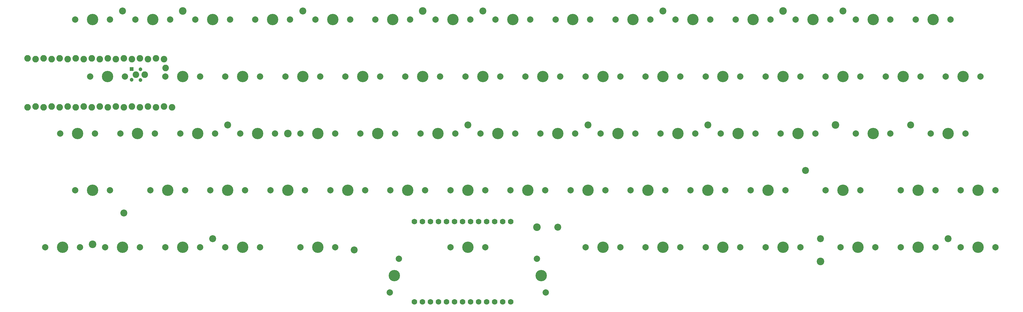
<source format=gts>
G04 #@! TF.GenerationSoftware,KiCad,Pcbnew,(6.0.2-0)*
G04 #@! TF.CreationDate,2022-07-19T14:21:49+02:00*
G04 #@! TF.ProjectId,choc-keyboard,63686f63-2d6b-4657-9962-6f6172642e6b,rev?*
G04 #@! TF.SameCoordinates,Original*
G04 #@! TF.FileFunction,Soldermask,Top*
G04 #@! TF.FilePolarity,Negative*
%FSLAX46Y46*%
G04 Gerber Fmt 4.6, Leading zero omitted, Abs format (unit mm)*
G04 Created by KiCad (PCBNEW (6.0.2-0)) date 2022-07-19 14:21:49*
%MOMM*%
%LPD*%
G01*
G04 APERTURE LIST*
G04 Aperture macros list*
%AMRoundRect*
0 Rectangle with rounded corners*
0 $1 Rounding radius*
0 $2 $3 $4 $5 $6 $7 $8 $9 X,Y pos of 4 corners*
0 Add a 4 corners polygon primitive as box body*
4,1,4,$2,$3,$4,$5,$6,$7,$8,$9,$2,$3,0*
0 Add four circle primitives for the rounded corners*
1,1,$1+$1,$2,$3*
1,1,$1+$1,$4,$5*
1,1,$1+$1,$6,$7*
1,1,$1+$1,$8,$9*
0 Add four rect primitives between the rounded corners*
20,1,$1+$1,$2,$3,$4,$5,0*
20,1,$1+$1,$4,$5,$6,$7,0*
20,1,$1+$1,$6,$7,$8,$9,0*
20,1,$1+$1,$8,$9,$2,$3,0*%
G04 Aperture macros list end*
%ADD10C,2.400000*%
%ADD11C,2.000000*%
%ADD12C,3.600000*%
%ADD13C,2.200000*%
%ADD14C,2.082800*%
%ADD15RoundRect,0.101600X0.500000X0.500000X-0.500000X0.500000X-0.500000X-0.500000X0.500000X-0.500000X0*%
%ADD16C,1.203200*%
%ADD17C,1.778000*%
G04 APERTURE END LIST*
D10*
X61750000Y-54000000D03*
X0Y-89100000D03*
X140600000Y-83700000D03*
X230375000Y-94500000D03*
X235125000Y-51300000D03*
X218500000Y-15299999D03*
X104500000Y-15299999D03*
X28500000Y-15299999D03*
D11*
X89500000Y-18000000D03*
X100500000Y-18000000D03*
D12*
X95000000Y-18000000D03*
D11*
X-5500000Y-18000000D03*
X5500000Y-18000000D03*
D12*
X0Y-18000000D03*
X66500000Y-36000000D03*
D11*
X72000000Y-36000000D03*
X61000000Y-36000000D03*
D12*
X80750000Y-72000000D03*
D11*
X75250000Y-72000000D03*
X86250000Y-72000000D03*
X94076495Y-104312592D03*
D12*
X95500000Y-99000000D03*
D11*
X96923505Y-93687408D03*
X124250000Y-90000000D03*
D12*
X118750000Y-90000000D03*
D11*
X113250000Y-90000000D03*
D12*
X71250000Y-90000000D03*
D11*
X76750000Y-90000000D03*
X65750000Y-90000000D03*
X148000000Y-36000000D03*
D12*
X142500000Y-36000000D03*
D11*
X137000000Y-36000000D03*
X260500000Y-18000000D03*
D12*
X266000000Y-18000000D03*
D11*
X271500000Y-18000000D03*
X124250000Y-72000000D03*
D12*
X118750000Y-72000000D03*
D11*
X113250000Y-72000000D03*
D13*
X147250000Y-83700000D03*
D11*
X18250000Y-72000000D03*
X29250000Y-72000000D03*
D12*
X23750000Y-72000000D03*
D11*
X222500000Y-18000000D03*
D12*
X228000000Y-18000000D03*
D11*
X233500000Y-18000000D03*
X213000000Y-36000000D03*
D12*
X218500000Y-36000000D03*
D11*
X224000000Y-36000000D03*
X186000000Y-36000000D03*
D12*
X180500000Y-36000000D03*
D11*
X175000000Y-36000000D03*
D12*
X199500000Y-36000000D03*
D11*
X205000000Y-36000000D03*
X194000000Y-36000000D03*
X247750000Y-90000000D03*
D12*
X242250000Y-90000000D03*
D11*
X236750000Y-90000000D03*
D12*
X90250000Y-54000000D03*
D11*
X84750000Y-54000000D03*
X95750000Y-54000000D03*
X-5500000Y-72000000D03*
D12*
X0Y-72000000D03*
D11*
X5500000Y-72000000D03*
X34000000Y-36000000D03*
X23000000Y-36000000D03*
D12*
X28500000Y-36000000D03*
D11*
X15000000Y-90000000D03*
D12*
X9500000Y-90000000D03*
D11*
X4000000Y-90000000D03*
X8750000Y-54000000D03*
X19750000Y-54000000D03*
D12*
X14250000Y-54000000D03*
X256500000Y-36000000D03*
D11*
X251000000Y-36000000D03*
X262000000Y-36000000D03*
D12*
X47500000Y-90000000D03*
D11*
X53000000Y-90000000D03*
X42000000Y-90000000D03*
D13*
X225625000Y-65700000D03*
D11*
X57750000Y-54000000D03*
X46750000Y-54000000D03*
D12*
X52250000Y-54000000D03*
X47500000Y-36000000D03*
D11*
X53000000Y-36000000D03*
X42000000Y-36000000D03*
X252500000Y-54000000D03*
D12*
X247000000Y-54000000D03*
D11*
X241500000Y-54000000D03*
X108500000Y-18000000D03*
X119500000Y-18000000D03*
D12*
X114000000Y-18000000D03*
D13*
X237500000Y-15299999D03*
D12*
X-4750000Y-54000000D03*
D11*
X-10250000Y-54000000D03*
X750000Y-54000000D03*
D13*
X42750000Y-51300000D03*
D12*
X161500000Y-90000000D03*
D11*
X167000000Y-90000000D03*
X156000000Y-90000000D03*
D13*
X82750000Y-90899999D03*
D12*
X213750000Y-72000000D03*
D11*
X208250000Y-72000000D03*
X219250000Y-72000000D03*
X265250000Y-54000000D03*
X276250000Y-54000000D03*
D12*
X270750000Y-54000000D03*
D11*
X200250000Y-72000000D03*
X189250000Y-72000000D03*
D12*
X194750000Y-72000000D03*
D13*
X194750000Y-51300000D03*
D11*
X143250000Y-72000000D03*
X132250000Y-72000000D03*
D12*
X137750000Y-72000000D03*
D13*
X38000000Y-87300000D03*
D14*
X13700000Y-35400000D03*
X-20560000Y-45747000D03*
X-18020000Y-45493000D03*
X-15480000Y-45747000D03*
X-12940000Y-45493000D03*
X-10400000Y-45747000D03*
X-7860000Y-45493000D03*
X-5320000Y-45747000D03*
X-2780000Y-45493000D03*
X-240000Y-45747000D03*
X2300000Y-45493000D03*
X4840000Y-45747000D03*
X7380000Y-45493000D03*
X9920000Y-45747000D03*
X12460000Y-45493000D03*
X15000000Y-45747000D03*
X17540000Y-45493000D03*
X20080000Y-45747000D03*
X22620000Y-45493000D03*
X25160000Y-45747000D03*
X23100000Y-33300000D03*
X22620000Y-30507000D03*
X20080000Y-30253000D03*
X17540000Y-30507000D03*
X15000000Y-30253000D03*
X12460000Y-30507000D03*
X9920000Y-30253000D03*
X7380000Y-30507000D03*
X4840000Y-30253000D03*
X2300000Y-30507000D03*
X-240000Y-30253000D03*
X-2780000Y-30507000D03*
X-5320000Y-30253000D03*
X-7860000Y-30507000D03*
X-10400000Y-30253000D03*
X-12940000Y-30507000D03*
X-15480000Y-30253000D03*
X-18020000Y-30507000D03*
X-20560000Y-30253000D03*
X16500000Y-35400000D03*
D15*
X12350000Y-33630000D03*
D16*
X15100000Y-33700000D03*
X12370000Y-37040000D03*
X15100000Y-37100000D03*
D12*
X142000000Y-99000000D03*
D11*
X143423505Y-104312592D03*
X140576495Y-93687408D03*
D13*
X230375000Y-87300000D03*
D12*
X261250000Y-72000000D03*
D11*
X266750000Y-72000000D03*
X255750000Y-72000000D03*
X186000000Y-90000000D03*
X175000000Y-90000000D03*
D12*
X180500000Y-90000000D03*
X204250000Y-54000000D03*
D11*
X198750000Y-54000000D03*
X209750000Y-54000000D03*
D12*
X223250000Y-54000000D03*
D11*
X217750000Y-54000000D03*
X228750000Y-54000000D03*
X62500000Y-18000000D03*
X51500000Y-18000000D03*
D12*
X57000000Y-18000000D03*
D11*
X129000000Y-36000000D03*
X118000000Y-36000000D03*
D12*
X123500000Y-36000000D03*
X33250000Y-54000000D03*
D11*
X27750000Y-54000000D03*
X38750000Y-54000000D03*
D12*
X99750000Y-72000000D03*
D11*
X105250000Y-72000000D03*
X94250000Y-72000000D03*
X133750000Y-54000000D03*
D12*
X128250000Y-54000000D03*
D11*
X122750000Y-54000000D03*
D13*
X66500000Y-15299999D03*
D12*
X19000000Y-18000000D03*
D11*
X13500000Y-18000000D03*
X24500000Y-18000000D03*
X171750000Y-54000000D03*
D12*
X166250000Y-54000000D03*
D11*
X160750000Y-54000000D03*
X141750000Y-54000000D03*
D12*
X147250000Y-54000000D03*
D11*
X152750000Y-54000000D03*
D12*
X28500000Y-90000000D03*
D11*
X23000000Y-90000000D03*
X34000000Y-90000000D03*
D13*
X9500000Y-15299999D03*
D12*
X199500000Y-90000000D03*
D11*
X205000000Y-90000000D03*
X194000000Y-90000000D03*
X70500000Y-18000000D03*
X81500000Y-18000000D03*
D12*
X76000000Y-18000000D03*
X209000000Y-18000000D03*
D11*
X203500000Y-18000000D03*
X214500000Y-18000000D03*
D13*
X180500000Y-15299999D03*
D11*
X-750000Y-36000000D03*
X10250000Y-36000000D03*
D12*
X4750000Y-36000000D03*
X42750000Y-72000000D03*
D11*
X48250000Y-72000000D03*
X37250000Y-72000000D03*
D12*
X85500000Y-36000000D03*
D11*
X80000000Y-36000000D03*
X91000000Y-36000000D03*
D13*
X258875000Y-51300000D03*
D11*
X157500000Y-18000000D03*
D12*
X152000000Y-18000000D03*
D11*
X146500000Y-18000000D03*
X184500000Y-18000000D03*
D12*
X190000000Y-18000000D03*
D11*
X195500000Y-18000000D03*
D13*
X123500000Y-15299999D03*
X118750000Y-51300000D03*
D11*
X167000000Y-36000000D03*
D12*
X161500000Y-36000000D03*
D11*
X156000000Y-36000000D03*
D13*
X9875000Y-79200000D03*
D12*
X185250000Y-54000000D03*
D11*
X190750000Y-54000000D03*
X179750000Y-54000000D03*
X252500000Y-18000000D03*
X241500000Y-18000000D03*
D12*
X247000000Y-18000000D03*
D11*
X274750000Y-72000000D03*
X285750000Y-72000000D03*
D12*
X280250000Y-72000000D03*
D11*
X213000000Y-90000000D03*
X224000000Y-90000000D03*
D12*
X218500000Y-90000000D03*
X237500000Y-72000000D03*
D11*
X243000000Y-72000000D03*
X232000000Y-72000000D03*
D12*
X-9500000Y-90000000D03*
D11*
X-4000000Y-90000000D03*
X-15000000Y-90000000D03*
X274750000Y-90000000D03*
D12*
X280250000Y-90000000D03*
D11*
X285750000Y-90000000D03*
D12*
X71250000Y-54000000D03*
D11*
X76750000Y-54000000D03*
X65750000Y-54000000D03*
D12*
X171000000Y-18000000D03*
D11*
X165500000Y-18000000D03*
X176500000Y-18000000D03*
X99000000Y-36000000D03*
X110000000Y-36000000D03*
D12*
X104500000Y-36000000D03*
X237500000Y-36000000D03*
D11*
X232000000Y-36000000D03*
X243000000Y-36000000D03*
X138500000Y-18000000D03*
X127500000Y-18000000D03*
D12*
X133000000Y-18000000D03*
D11*
X67250000Y-72000000D03*
X56250000Y-72000000D03*
D12*
X61750000Y-72000000D03*
D11*
X170250000Y-72000000D03*
X181250000Y-72000000D03*
D12*
X175750000Y-72000000D03*
D13*
X270750000Y-87300000D03*
X156750000Y-51300000D03*
D11*
X281000000Y-36000000D03*
D12*
X275500000Y-36000000D03*
D11*
X270000000Y-36000000D03*
D12*
X109250000Y-54000000D03*
D11*
X103750000Y-54000000D03*
X114750000Y-54000000D03*
X255750000Y-90000000D03*
D12*
X261250000Y-90000000D03*
D11*
X266750000Y-90000000D03*
X151250000Y-72000000D03*
X162250000Y-72000000D03*
D12*
X156750000Y-72000000D03*
D17*
X101810000Y-107270000D03*
X104350000Y-107270000D03*
X106890000Y-107270000D03*
X109430000Y-107270000D03*
X111970000Y-107270000D03*
X114510000Y-107270000D03*
X117050000Y-107270000D03*
X119590000Y-107270000D03*
X122130000Y-107270000D03*
X124670000Y-107270000D03*
X127210000Y-107270000D03*
X129750000Y-107270000D03*
X132290000Y-107270000D03*
X101810000Y-81870000D03*
X104350000Y-81870000D03*
X106890000Y-81870000D03*
X109430000Y-81870000D03*
X111970000Y-81870000D03*
X114510000Y-81870000D03*
X117050000Y-81870000D03*
X119590000Y-81870000D03*
X122130000Y-81870000D03*
X124670000Y-81870000D03*
X127210000Y-81870000D03*
X129750000Y-81870000D03*
X132290000Y-81870000D03*
D12*
X38000000Y-18000000D03*
D11*
X43500000Y-18000000D03*
X32500000Y-18000000D03*
M02*

</source>
